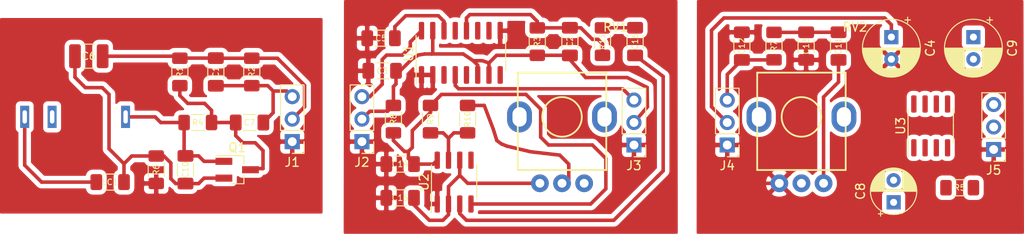
<source format=kicad_pcb>
(kicad_pcb (version 20171130) (host pcbnew 5.1.10-88a1d61d58~90~ubuntu20.04.1)
  (layers (0 F.Cu signal) (31 B.Cu signal) (34 B.Paste user) (35 F.Paste user) (36 B.SilkS user) (37 F.SilkS user) (38 B.Mask user) (39 F.Mask user) (44 Edge.Cuts user))
  (net 0 "")
  (net 1 VCC)
  (net 2 TransistorOUT)
  (net 3 OSC-IN)
  (net 4 GND)
  (net 5 "Net-(C5-Pad1)")
  (net 6 "Net-(C7-Pad2)")
  (net 7 "Net-(C11-Pad1)")
  (net 8 "Net-(C11-Pad2)")
  (net 9 AM-Mix-OUT)
  (net 10 "Net-(C14-Pad2)")
  (net 11 "Net-(C15-Pad2)")
  (net 12 "Net-(C16-Pad1)")
  (net 13 "Net-(C16-Pad2)")
  (net 14 "Net-(L1-Pad2)")
  (net 15 "Net-(R10-Pad2)")
  (net 16 "Net-(R10-Pad1)")
  (net 17 S-Neg)
  (net 18 S-Pos)
  (module Package_SO:SOP-16_3.9x9.9mm_P1.27mm (layer F.Cu) (at 87.63 117.094 90)
    (fp_text reference U1 (at 0 -5.9 90) (layer F.SilkS))
    (fp_text value TA2003)
    (pad 1 smd roundrect (at -2.5 -4.445 90) (size 2 0.6) (layers F.Cu F.Paste F.Mask) (net 4 GND))
    (pad 2 smd roundrect (at -2.5 -3.175 90) (size 2 0.6) (layers F.Cu F.Paste F.Mask) (net 4 GND))
    (pad 3 smd roundrect (at -2.5 -1.905 90) (size 2 0.6) (layers F.Cu F.Paste F.Mask))
    (pad 4 smd roundrect (at -2.5 -0.635 90) (size 2 0.6) (layers F.Cu F.Paste F.Mask) (net 9 AM-Mix-OUT))
    (pad 5 smd roundrect (at -2.5 0.635 90) (size 2 0.6) (layers F.Cu F.Paste F.Mask))
    (pad 6 smd roundrect (at -2.5 1.905 90) (size 2 0.6) (layers F.Cu F.Paste F.Mask) (net 1 VCC))
    (pad 7 smd roundrect (at -2.5 3.175 90) (size 2 0.6) (layers F.Cu F.Paste F.Mask) (net 1 VCC))
    (pad 8 smd roundrect (at -2.5 4.445 90) (size 2 0.6) (layers F.Cu F.Paste F.Mask))
    (pad 9 smd roundrect (at 2.5 4.445 90) (size 2 0.6) (layers F.Cu F.Paste F.Mask) (net 4 GND))
    (pad 10 smd roundrect (at 2.5 3.175 90) (size 2 0.6) (layers F.Cu F.Paste F.Mask))
    (pad 11 smd roundrect (at 2.5 1.905 90) (size 2 0.6) (layers F.Cu F.Paste F.Mask))
    (pad 12 smd roundrect (at 2.5 0.635 90) (size 2 0.6) (layers F.Cu F.Paste F.Mask) (net 3 OSC-IN))
    (pad 13 smd roundrect (at 2.5 -0.635 90) (size 2 0.6) (layers F.Cu F.Paste F.Mask))
    (pad 14 smd roundrect (at 2.5 -1.905 90) (size 2 0.6) (layers F.Cu F.Paste F.Mask) (net 5 "Net-(C5-Pad1)"))
    (pad 15 smd roundrect (at 2.5 -3.175 90) (size 2 0.6) (layers F.Cu F.Paste F.Mask) (net 1 VCC))
    (pad 16 smd roundrect (at 2.5 -4.445 90) (size 2 0.6) (layers F.Cu F.Paste F.Mask) (net 2 TransistorOUT))
  )
  (module Capacitor_THT:CP_Radial_D6.3mm_P2.50mm (layer F.Cu) (at 136.271 115.316 270)
    (fp_text reference C4 (at 1.25 -4.4 90) (layer F.SilkS))
    (fp_text value 100uF)
    (pad 1 thru_hole rect (at 0 0 270) (size 1.6 1.6) (drill 0.8) (layers *.Cu *.Mask) (net 1 VCC))
    (pad 2 thru_hole circle (at 2.5 0 270) (size 1.6 1.6) (drill 0.8) (layers *.Cu *.Mask) (net 4 GND))
  )
  (module BioAmp:R_1206_dusjagr (layer F.Cu) (at 143.992 132.334)
    (fp_text reference R5 (at 0 0 180) (layer F.SilkS) (effects (font (size 0.65 0.65) (thickness 0.1))))
    (fp_text value 470)
    (pad 2 smd roundrect (at 1.55 0) (size 1.3 1.75) (layers F.Cu F.Paste F.Mask) (roundrect_rratio 0.1923076923076923))
    (pad 1 smd roundrect (at -1.55 0) (size 1.3 1.75) (layers F.Cu F.Paste F.Mask) (roundrect_rratio 0.1923076923076923))
  )
  (module Package_SO:SOIC-8_3.9x4.9mm_P1.27mm (layer F.Cu) (at 140.716 125.349 90)
    (fp_text reference U3 (at 0 -3.4 90) (layer F.SilkS))
    (fp_text value SSM2211S)
    (pad 1 smd roundrect (at -2.475 -1.905 90) (size 1.95 0.6) (layers F.Cu F.Paste F.Mask))
    (pad 2 smd roundrect (at -2.475 -0.635 90) (size 1.95 0.6) (layers F.Cu F.Paste F.Mask))
    (pad 3 smd roundrect (at -2.475 0.635 90) (size 1.95 0.6) (layers F.Cu F.Paste F.Mask))
    (pad 4 smd roundrect (at -2.475 1.905 90) (size 1.95 0.6) (layers F.Cu F.Paste F.Mask))
    (pad 5 smd roundrect (at 2.475 1.905 90) (size 1.95 0.6) (layers F.Cu F.Paste F.Mask))
    (pad 6 smd roundrect (at 2.475 0.635 90) (size 1.95 0.6) (layers F.Cu F.Paste F.Mask))
    (pad 7 smd roundrect (at 2.475 -0.635 90) (size 1.95 0.6) (layers F.Cu F.Paste F.Mask))
    (pad 8 smd roundrect (at 2.475 -1.905 90) (size 1.95 0.6) (layers F.Cu F.Paste F.Mask))
  )
  (module Capacitor_THT:CP_Radial_D6.3mm_P2.50mm (layer F.Cu) (at 145.542 115.316 270)
    (fp_text reference C9 (at 1.25 -4.4 90) (layer F.SilkS))
    (fp_text value 100uF)
    (pad 1 thru_hole rect (at 0 0 270) (size 1.6 1.6) (drill 0.8) (layers *.Cu *.Mask))
    (pad 2 thru_hole circle (at 2.5 0 270) (size 1.6 1.6) (drill 0.8) (layers *.Cu *.Mask))
  )
  (module Capacitor_THT:CP_Radial_D5.0mm_P2.50mm (layer F.Cu) (at 136.525 133.985 90)
    (fp_text reference C8 (at 1.25 -3.75 90) (layer F.SilkS))
    (fp_text value 10uF)
    (pad 1 thru_hole rect (at 0 0 90) (size 1.6 1.6) (drill 0.8) (layers *.Cu *.Mask))
    (pad 2 thru_hole circle (at 2.5 0 90) (size 1.6 1.6) (drill 0.8) (layers *.Cu *.Mask))
  )
  (module BioAmp:C_1206_dusjagr (layer F.Cu) (at 99.949 115.824 270)
    (fp_text reference C2 (at 0 0 90) (layer F.SilkS) (effects (font (size 0.65 0.65) (thickness 0.1))))
    (fp_text value 1nF)
    (pad 2 smd roundrect (at 1.5625 0 270) (size 1.325 1.8) (layers F.Cu F.Paste F.Mask) (roundrect_rratio 0.1886784905660377) (net 1 VCC))
    (pad 1 smd roundrect (at -1.5625 0 270) (size 1.325 1.8) (layers F.Cu F.Paste F.Mask) (roundrect_rratio 0.1886784905660377) (net 3 OSC-IN))
  )
  (module BioAmp:C_1206_dusjagr (layer F.Cu) (at 78.613 115.443 180)
    (fp_text reference C5 (at 0 0) (layer F.SilkS) (effects (font (size 0.65 0.65) (thickness 0.1))))
    (fp_text value 100nF)
    (pad 2 smd roundrect (at 1.5625 0 180) (size 1.325 1.8) (layers F.Cu F.Paste F.Mask) (roundrect_rratio 0.1886784905660377) (net 4 GND))
    (pad 1 smd roundrect (at -1.5625 0 180) (size 1.325 1.8) (layers F.Cu F.Paste F.Mask) (roundrect_rratio 0.1886784905660377) (net 5 "Net-(C5-Pad1)"))
  )
  (module BioAmp:C_1206_dusjagr (layer F.Cu) (at 78.74 119.126)
    (fp_text reference C3 (at 0 0) (layer F.SilkS) (effects (font (size 0.65 0.65) (thickness 0.1))))
    (fp_text value 100nF)
    (pad 2 smd roundrect (at 1.5625 0) (size 1.325 1.8) (layers F.Cu F.Paste F.Mask) (roundrect_rratio 0.1886784905660377) (net 1 VCC))
    (pad 1 smd roundrect (at -1.5625 0) (size 1.325 1.8) (layers F.Cu F.Paste F.Mask) (roundrect_rratio 0.1886784905660377) (net 4 GND))
  )
  (module BioAmp:R_1206_dusjagr (layer F.Cu) (at 96.266 115.824 90)
    (fp_text reference R3 (at 0 0 270) (layer F.SilkS) (effects (font (size 0.65 0.65) (thickness 0.1))))
    (fp_text value 220)
    (pad 2 smd roundrect (at 1.55 0 90) (size 1.3 1.75) (layers F.Cu F.Paste F.Mask) (roundrect_rratio 0.1923076923076923) (net 3 OSC-IN))
    (pad 1 smd roundrect (at -1.55 0 90) (size 1.3 1.75) (layers F.Cu F.Paste F.Mask) (roundrect_rratio 0.1923076923076923) (net 1 VCC))
  )
  (module 3Channel-PiezoAmp:RD901F-ALPHA-3D (layer F.Cu) (at 99.06 124.333)
    (fp_text reference RV1 (at 6.05 -10.15) (layer F.SilkS))
    (fp_text value "22k lin")
    (pad "" thru_hole oval (at 4.8 0) (size 2.8 3.5) (drill oval 1.6 2.2) (layers *.Cu *.Mask))
    (pad "" thru_hole oval (at -4.8 0) (size 2.8 3.5) (drill oval 1.6 2.2) (layers *.Cu *.Mask))
    (pad 1 thru_hole circle (at 2.5 7.5) (size 2 2) (drill 1) (layers *.Cu *.Mask))
    (pad 2 thru_hole circle (at 0 7.5) (size 2 2) (drill 1) (layers *.Cu *.Mask) (net 16 "Net-(R10-Pad1)"))
    (pad 3 thru_hole circle (at -2.5 7.5) (size 2 2) (drill 1) (layers *.Cu *.Mask) (net 11 "Net-(C15-Pad2)"))
  )
  (module BioAmp:R_1206_dusjagr (layer F.Cu) (at 103.632 115.824 270)
    (fp_text reference R11 (at 0 0 270) (layer F.SilkS) (effects (font (size 0.65 0.65) (thickness 0.1))))
    (fp_text value 2K2)
    (pad 2 smd roundrect (at 1.55 0 270) (size 1.3 1.75) (layers F.Cu F.Paste F.Mask) (roundrect_rratio 0.1923076923076923) (net 3 OSC-IN))
    (pad 1 smd roundrect (at -1.55 0 270) (size 1.3 1.75) (layers F.Cu F.Paste F.Mask) (roundrect_rratio 0.1923076923076923) (net 12 "Net-(C16-Pad1)"))
  )
  (module BioAmp:R_1206_dusjagr (layer F.Cu) (at 88.392 124.587 270)
    (fp_text reference R10 (at 0 0 270) (layer F.SilkS) (effects (font (size 0.65 0.65) (thickness 0.1))))
    (fp_text value 3K3)
    (pad 2 smd roundrect (at 1.55 0 270) (size 1.3 1.75) (layers F.Cu F.Paste F.Mask) (roundrect_rratio 0.1923076923076923) (net 15 "Net-(R10-Pad2)"))
    (pad 1 smd roundrect (at -1.55 0 270) (size 1.3 1.75) (layers F.Cu F.Paste F.Mask) (roundrect_rratio 0.1923076923076923) (net 16 "Net-(R10-Pad1)"))
  )
  (module BioAmp:R_1206_dusjagr (layer F.Cu) (at 84.201 124.587 90)
    (fp_text reference R9 (at 0 0 270) (layer F.SilkS) (effects (font (size 0.65 0.65) (thickness 0.1))))
    (fp_text value 2K2)
    (pad 2 smd roundrect (at 1.55 0 90) (size 1.3 1.75) (layers F.Cu F.Paste F.Mask) (roundrect_rratio 0.1923076923076923) (net 10 "Net-(C14-Pad2)"))
    (pad 1 smd roundrect (at -1.55 0 90) (size 1.3 1.75) (layers F.Cu F.Paste F.Mask) (roundrect_rratio 0.1923076923076923) (net 15 "Net-(R10-Pad2)"))
  )
  (module BioAmp:R_1206_dusjagr (layer F.Cu) (at 80.01 124.587 90)
    (fp_text reference R8 (at 0 0 270) (layer F.SilkS) (effects (font (size 0.65 0.65) (thickness 0.1))))
    (fp_text value 220)
    (pad 2 smd roundrect (at 1.55 0 90) (size 1.3 1.75) (layers F.Cu F.Paste F.Mask) (roundrect_rratio 0.1923076923076923) (net 1 VCC))
    (pad 1 smd roundrect (at -1.55 0 90) (size 1.3 1.75) (layers F.Cu F.Paste F.Mask) (roundrect_rratio 0.1923076923076923) (net 10 "Net-(C14-Pad2)"))
  )
  (module Package_SO:SOIC-8_3.9x4.9mm_P1.27mm (layer F.Cu) (at 86.868 131.699 90)
    (fp_text reference U2 (at 0 -3.4 90) (layer F.SilkS))
    (fp_text value LM555xM)
    (pad 1 smd roundrect (at -2.475 -1.905 90) (size 1.95 0.6) (layers F.Cu F.Paste F.Mask) (net 4 GND))
    (pad 2 smd roundrect (at -2.475 -0.635 90) (size 1.95 0.6) (layers F.Cu F.Paste F.Mask) (net 11 "Net-(C15-Pad2)"))
    (pad 3 smd roundrect (at -2.475 0.635 90) (size 1.95 0.6) (layers F.Cu F.Paste F.Mask) (net 13 "Net-(C16-Pad2)"))
    (pad 4 smd roundrect (at -2.475 1.905 90) (size 1.95 0.6) (layers F.Cu F.Paste F.Mask) (net 10 "Net-(C14-Pad2)"))
    (pad 5 smd roundrect (at 2.475 1.905 90) (size 1.95 0.6) (layers F.Cu F.Paste F.Mask))
    (pad 6 smd roundrect (at 2.475 0.635 90) (size 1.95 0.6) (layers F.Cu F.Paste F.Mask) (net 11 "Net-(C15-Pad2)"))
    (pad 7 smd roundrect (at 2.475 -0.635 90) (size 1.95 0.6) (layers F.Cu F.Paste F.Mask) (net 15 "Net-(R10-Pad2)"))
    (pad 8 smd roundrect (at 2.475 -1.905 90) (size 1.95 0.6) (layers F.Cu F.Paste F.Mask) (net 10 "Net-(C14-Pad2)"))
  )
  (module BioAmp:C_1206_dusjagr (layer F.Cu) (at 107.315 115.824 270)
    (fp_text reference C16 (at 0 0 90) (layer F.SilkS) (effects (font (size 0.65 0.65) (thickness 0.1))))
    (fp_text value 100nF)
    (pad 2 smd roundrect (at 1.5625 0 270) (size 1.325 1.8) (layers F.Cu F.Paste F.Mask) (roundrect_rratio 0.1886784905660377) (net 13 "Net-(C16-Pad2)"))
    (pad 1 smd roundrect (at -1.5625 0 270) (size 1.325 1.8) (layers F.Cu F.Paste F.Mask) (roundrect_rratio 0.1886784905660377) (net 12 "Net-(C16-Pad1)"))
  )
  (module BioAmp:C_1206_dusjagr (layer F.Cu) (at 80.772 133.477)
    (fp_text reference C15 (at 0 0) (layer F.SilkS) (effects (font (size 0.65 0.65) (thickness 0.1))))
    (fp_text value 1nF)
    (pad 2 smd roundrect (at 1.5625 0) (size 1.325 1.8) (layers F.Cu F.Paste F.Mask) (roundrect_rratio 0.1886784905660377) (net 11 "Net-(C15-Pad2)"))
    (pad 1 smd roundrect (at -1.5625 0) (size 1.325 1.8) (layers F.Cu F.Paste F.Mask) (roundrect_rratio 0.1886784905660377) (net 4 GND))
  )
  (module BioAmp:C_1206_dusjagr (layer F.Cu) (at 80.772 129.667)
    (fp_text reference C14 (at 0 0) (layer F.SilkS) (effects (font (size 0.65 0.65) (thickness 0.1))))
    (fp_text value 100nF)
    (pad 2 smd roundrect (at 1.5625 0) (size 1.325 1.8) (layers F.Cu F.Paste F.Mask) (roundrect_rratio 0.1886784905660377) (net 10 "Net-(C14-Pad2)"))
    (pad 1 smd roundrect (at -1.5625 0) (size 1.325 1.8) (layers F.Cu F.Paste F.Mask) (roundrect_rratio 0.1886784905660377) (net 4 GND))
  )
  (module BioAmp:PJ301M-12_dusjagr_3d (layer F.Cu) (at 44.831 124.333 270)
    (fp_text reference L1)
    (fp_text value "L 10-22mH")
    (pad 1 thru_hole rect (at 0 -4.92 270) (size 2.5 1) (drill oval 1.5 0.5) (layers *.Cu *.Mask) (net 18 S-Pos))
    (pad TN thru_hole rect (at 0 3.38 270) (size 2.5 1) (drill oval 1.5 0.5) (layers *.Cu *.Mask))
    (pad 2 thru_hole rect (at 0 6.48 270) (size 2.5 1) (drill oval 1.5 0.5) (layers *.Cu *.Mask) (net 14 "Net-(L1-Pad2)"))
  )
  (module BioAmp:C_1206_dusjagr (layer F.Cu) (at 63.754 124.968 180)
    (fp_text reference C7 (at 0 0) (layer F.SilkS) (effects (font (size 0.65 0.65) (thickness 0.1))))
    (fp_text value 3.3nF)
    (pad 2 smd roundrect (at 1.5625 0 180) (size 1.325 1.8) (layers F.Cu F.Paste F.Mask) (roundrect_rratio 0.1886784905660377) (net 6 "Net-(C7-Pad2)"))
    (pad 1 smd roundrect (at -1.5625 0 180) (size 1.325 1.8) (layers F.Cu F.Paste F.Mask) (roundrect_rratio 0.1886784905660377) (net 2 TransistorOUT))
  )
  (module BioAmp:R_1206_dusjagr (layer F.Cu) (at 53.213 130.302 270)
    (fp_text reference R6 (at 0 0 270) (layer F.SilkS) (effects (font (size 0.65 0.65) (thickness 0.1))))
    (fp_text value 1K)
    (pad 2 smd roundrect (at 1.55 0 270) (size 1.3 1.75) (layers F.Cu F.Paste F.Mask) (roundrect_rratio 0.1923076923076923) (net 4 GND))
    (pad 1 smd roundrect (at -1.55 0 270) (size 1.3 1.75) (layers F.Cu F.Paste F.Mask) (roundrect_rratio 0.1923076923076923) (net 17 S-Neg))
  )
  (module BioAmp:R_1206_dusjagr (layer F.Cu) (at 57.912 124.968 180)
    (fp_text reference R4 (at 0 0 180) (layer F.SilkS) (effects (font (size 0.65 0.65) (thickness 0.1))))
    (fp_text value 470K)
    (pad 2 smd roundrect (at 1.55 0 180) (size 1.3 1.75) (layers F.Cu F.Paste F.Mask) (roundrect_rratio 0.1923076923076923) (net 18 S-Pos))
    (pad 1 smd roundrect (at -1.55 0 180) (size 1.3 1.75) (layers F.Cu F.Paste F.Mask) (roundrect_rratio 0.1923076923076923) (net 6 "Net-(C7-Pad2)"))
  )
  (module BioAmp:R_1206_dusjagr (layer F.Cu) (at 64.008 119.253 270)
    (fp_text reference R2 (at 0 0 270) (layer F.SilkS) (effects (font (size 0.65 0.65) (thickness 0.1))))
    (fp_text value 1K)
    (pad 2 smd roundrect (at 1.55 0 270) (size 1.3 1.75) (layers F.Cu F.Paste F.Mask) (roundrect_rratio 0.1923076923076923) (net 2 TransistorOUT))
    (pad 1 smd roundrect (at -1.55 0 270) (size 1.3 1.75) (layers F.Cu F.Paste F.Mask) (roundrect_rratio 0.1923076923076923) (net 1 VCC))
  )
  (module BioAmp:R_1206_dusjagr (layer F.Cu) (at 55.88 119.253 270)
    (fp_text reference R1 (at 0 0 270) (layer F.SilkS) (effects (font (size 0.65 0.65) (thickness 0.1))))
    (fp_text value 1K)
    (pad 2 smd roundrect (at 1.55 0 270) (size 1.3 1.75) (layers F.Cu F.Paste F.Mask) (roundrect_rratio 0.1923076923076923) (net 6 "Net-(C7-Pad2)"))
    (pad 1 smd roundrect (at -1.55 0 270) (size 1.3 1.75) (layers F.Cu F.Paste F.Mask) (roundrect_rratio 0.1923076923076923) (net 1 VCC))
  )
  (module 3Channel-PiezoAmp:SOT-23_Handsoldering (layer F.Cu) (at 62.357 130.302)
    (fp_text reference Q1 (at 0 -2.5) (layer F.SilkS))
    (fp_text value BC849)
    (pad 3 smd rect (at 1.5 0) (size 1.9 0.8) (layers F.Cu F.Paste F.Mask) (net 6 "Net-(C7-Pad2)"))
    (pad 2 smd rect (at -1.5 0.95) (size 1.9 0.8) (layers F.Cu F.Paste F.Mask) (net 17 S-Neg))
    (pad 1 smd rect (at -1.5 -0.95) (size 1.9 0.8) (layers F.Cu F.Paste F.Mask) (net 18 S-Pos))
  )
  (module BioAmp:C_1206_dusjagr (layer F.Cu) (at 56.515 130.302 270)
    (fp_text reference C10 (at 0 0 90) (layer F.SilkS) (effects (font (size 0.65 0.65) (thickness 0.1))))
    (fp_text value 1nF)
    (pad 2 smd roundrect (at 1.5625 0 270) (size 1.325 1.8) (layers F.Cu F.Paste F.Mask) (roundrect_rratio 0.1886784905660377) (net 17 S-Neg))
    (pad 1 smd roundrect (at -1.5625 0 270) (size 1.325 1.8) (layers F.Cu F.Paste F.Mask) (roundrect_rratio 0.1886784905660377) (net 18 S-Pos))
  )
  (module BioAmp:C_1206_dusjagr (layer F.Cu) (at 48.006 131.699)
    (fp_text reference LC1 (at 0 0) (layer F.SilkS) (effects (font (size 0.65 0.65) (thickness 0.1))))
    (fp_text value C)
    (pad 2 smd roundrect (at 1.5625 0) (size 1.325 1.8) (layers F.Cu F.Paste F.Mask) (roundrect_rratio 0.1886784905660377) (net 17 S-Neg))
    (pad 1 smd roundrect (at -1.5625 0) (size 1.325 1.8) (layers F.Cu F.Paste F.Mask) (roundrect_rratio 0.1886784905660377) (net 14 "Net-(L1-Pad2)"))
  )
  (module BioAmp:C_1206_dusjagr (layer F.Cu) (at 59.944 119.253 270)
    (fp_text reference C1 (at 0 0 90) (layer F.SilkS) (effects (font (size 0.65 0.65) (thickness 0.1))))
    (fp_text value 1nF)
    (pad 2 smd roundrect (at 1.5625 0 270) (size 1.325 1.8) (layers F.Cu F.Paste F.Mask) (roundrect_rratio 0.1886784905660377) (net 2 TransistorOUT))
    (pad 1 smd roundrect (at -1.5625 0 270) (size 1.325 1.8) (layers F.Cu F.Paste F.Mask) (roundrect_rratio 0.1886784905660377) (net 1 VCC))
  )
  (module 3Channel-PiezoAmp:RD901F-ALPHA-3D (layer F.Cu) (at 126.111 124.333)
    (fp_text reference RV2 (at 6.05 -10.15) (layer F.SilkS))
    (fp_text value "22k log")
    (pad 3 thru_hole circle (at -2.5 7.5) (size 2 2) (drill 1) (layers *.Cu *.Mask) (net 4 GND))
    (pad 2 thru_hole circle (at 0 7.5) (size 2 2) (drill 1) (layers *.Cu *.Mask))
    (pad 1 thru_hole circle (at 2.5 7.5) (size 2 2) (drill 1) (layers *.Cu *.Mask) (net 7 "Net-(C11-Pad1)"))
    (pad "" thru_hole oval (at -4.8 0) (size 2.8 3.5) (drill oval 1.6 2.2) (layers *.Cu *.Mask))
    (pad "" thru_hole oval (at 4.8 0) (size 2.8 3.5) (drill oval 1.6 2.2) (layers *.Cu *.Mask))
  )
  (module BioAmp:R_1206_dusjagr (layer F.Cu) (at 123.010666 116.332 270)
    (fp_text reference R7 (at 0 0 270) (layer F.SilkS) (effects (font (size 0.65 0.65) (thickness 0.1))))
    (fp_text value 1K)
    (pad 1 smd roundrect (at -1.55 0 270) (size 1.3 1.75) (layers F.Cu F.Paste F.Mask) (roundrect_rratio 0.1923076923076923) (net 8 "Net-(C11-Pad2)"))
    (pad 2 smd roundrect (at 1.55 0 270) (size 1.3 1.75) (layers F.Cu F.Paste F.Mask) (roundrect_rratio 0.1923076923076923) (net 9 AM-Mix-OUT))
  )
  (module BioAmp:C_1206_dusjagr (layer F.Cu) (at 126.641332 116.332 270)
    (fp_text reference C13 (at 0 0 90) (layer F.SilkS) (effects (font (size 0.65 0.65) (thickness 0.1))))
    (fp_text value 10nF)
    (pad 1 smd roundrect (at -1.5625 0 270) (size 1.325 1.8) (layers F.Cu F.Paste F.Mask) (roundrect_rratio 0.1886784905660377) (net 8 "Net-(C11-Pad2)"))
    (pad 2 smd roundrect (at 1.5625 0 270) (size 1.325 1.8) (layers F.Cu F.Paste F.Mask) (roundrect_rratio 0.1886784905660377) (net 4 GND))
  )
  (module BioAmp:C_1206_dusjagr (layer F.Cu) (at 119.38 116.332 90)
    (fp_text reference C12 (at 0 0 90) (layer F.SilkS) (effects (font (size 0.65 0.65) (thickness 0.1))))
    (fp_text value 100nF)
    (pad 1 smd roundrect (at -1.5625 0 90) (size 1.325 1.8) (layers F.Cu F.Paste F.Mask) (roundrect_rratio 0.1886784905660377) (net 9 AM-Mix-OUT))
    (pad 2 smd roundrect (at 1.5625 0 90) (size 1.325 1.8) (layers F.Cu F.Paste F.Mask) (roundrect_rratio 0.1886784905660377) (net 4 GND))
  )
  (module BioAmp:C_1206_dusjagr (layer F.Cu) (at 130.302 116.332 90)
    (fp_text reference C11 (at 0 0 90) (layer F.SilkS) (effects (font (size 0.65 0.65) (thickness 0.1))))
    (fp_text value 100nF)
    (pad 1 smd roundrect (at -1.5625 0 90) (size 1.325 1.8) (layers F.Cu F.Paste F.Mask) (roundrect_rratio 0.1886784905660377) (net 7 "Net-(C11-Pad1)"))
    (pad 2 smd roundrect (at 1.5625 0 90) (size 1.325 1.8) (layers F.Cu F.Paste F.Mask) (roundrect_rratio 0.1886784905660377) (net 8 "Net-(C11-Pad2)"))
  )
  (module BioAmp:C_1210_dusjagr (layer F.Cu) (at 45.593 117.475 180)
    (fp_text reference C6 (at 0 0 180) (layer F.SilkS) (effects (font (size 0.8 0.8) (thickness 0.12))))
    (fp_text value 10uF)
    (pad 2 smd roundrect (at 1.5625 0 180) (size 1.325 2.7) (layers F.Cu F.Paste F.Mask) (roundrect_rratio 0.1886784905660377) (net 17 S-Neg))
    (pad 1 smd roundrect (at -1.5625 0 180) (size 1.325 2.7) (layers F.Cu F.Paste F.Mask) (roundrect_rratio 0.1886784905660377) (net 1 VCC))
  )
  (module Connector_PinHeader_2.54mm:PinHeader_1x03_P2.54mm_Vertical (layer F.Cu) (at 76.454 127.127 180)
    (fp_text reference J2 (at 0 -2.33) (layer F.SilkS))
    (fp_text value Con1x03)
    (pad 1 thru_hole rect (at 0 0 180) (size 1.7 1.7) (drill 1) (layers *.Cu *.Mask) (net 4 GND))
    (pad 2 thru_hole oval (at 0 2.54 180) (size 1.7 1.7) (drill 1) (layers *.Cu *.Mask) (net 1 VCC))
    (pad 3 thru_hole oval (at 0 5.08 180) (size 1.7 1.7) (drill 1) (layers *.Cu *.Mask) (net 2 TransistorOUT))
  )
  (module Connector_PinHeader_2.54mm:PinHeader_1x03_P2.54mm_Vertical (layer F.Cu) (at 68.58 127.127 180)
    (fp_text reference J1 (at 0 -2.33) (layer F.SilkS))
    (fp_text value Con1x03)
    (pad 3 thru_hole oval (at 0 5.08 180) (size 1.7 1.7) (drill 1) (layers *.Cu *.Mask) (net 2 TransistorOUT))
    (pad 2 thru_hole oval (at 0 2.54 180) (size 1.7 1.7) (drill 1) (layers *.Cu *.Mask) (net 1 VCC))
    (pad 1 thru_hole rect (at 0 0 180) (size 1.7 1.7) (drill 1) (layers *.Cu *.Mask) (net 4 GND))
  )
  (module Connector_PinHeader_2.54mm:PinHeader_1x03_P2.54mm_Vertical (layer F.Cu) (at 107.188 127.508 180)
    (fp_text reference J3 (at 0 -2.33) (layer F.SilkS))
    (fp_text value Con1x03)
    (pad 1 thru_hole rect (at 0 0 180) (size 1.7 1.7) (drill 1) (layers *.Cu *.Mask) (net 4 GND))
    (pad 2 thru_hole oval (at 0 2.54 180) (size 1.7 1.7) (drill 1) (layers *.Cu *.Mask) (net 1 VCC))
    (pad 3 thru_hole oval (at 0 5.08 180) (size 1.7 1.7) (drill 1) (layers *.Cu *.Mask) (net 9 AM-Mix-OUT))
  )
  (module Connector_PinHeader_2.54mm:PinHeader_1x03_P2.54mm_Vertical (layer F.Cu) (at 117.729 127.508 180)
    (fp_text reference J4 (at 0 -2.33) (layer F.SilkS))
    (fp_text value Con1x03)
    (pad 3 thru_hole oval (at 0 5.08 180) (size 1.7 1.7) (drill 1) (layers *.Cu *.Mask) (net 9 AM-Mix-OUT))
    (pad 2 thru_hole oval (at 0 2.54 180) (size 1.7 1.7) (drill 1) (layers *.Cu *.Mask) (net 1 VCC))
    (pad 1 thru_hole rect (at 0 0 180) (size 1.7 1.7) (drill 1) (layers *.Cu *.Mask) (net 4 GND))
  )
  (module Connector_PinHeader_2.54mm:PinHeader_1x03_P2.54mm_Vertical (layer F.Cu) (at 147.828 128.016 180)
    (fp_text reference J5 (at 0 -2.33) (layer F.SilkS))
    (fp_text value Con1x03)
    (pad 1 thru_hole rect (at 0 0 180) (size 1.7 1.7) (drill 1) (layers *.Cu *.Mask) (net 4 GND))
    (pad 2 thru_hole oval (at 0 2.54 180) (size 1.7 1.7) (drill 1) (layers *.Cu *.Mask))
    (pad 3 thru_hole oval (at 0 5.08 180) (size 1.7 1.7) (drill 1) (layers *.Cu *.Mask))
  )
  (segment (start 59.9565 117.703) (end 59.944 117.6905) (width 0.4) (layer F.Cu) (net 1))
  (segment (start 64.008 117.703) (end 59.9565 117.703) (width 0.4) (layer F.Cu) (net 1))
  (segment (start 55.8925 117.6905) (end 55.88 117.703) (width 0.4) (layer F.Cu) (net 1))
  (segment (start 59.944 117.6905) (end 55.8925 117.6905) (width 0.4) (layer F.Cu) (net 1))
  (segment (start 55.652 117.475) (end 55.88 117.703) (width 0.4) (layer F.Cu) (net 1))
  (segment (start 47.1555 117.475) (end 55.652 117.475) (width 0.4) (layer F.Cu) (net 1))
  (segment (start 89.027 117.983) (end 89.535 118.491) (width 0.4) (layer F.Cu) (net 1))
  (segment (start 89.535 118.491) (end 89.535 119.594) (width 0.4) (layer F.Cu) (net 1))
  (segment (start 90.805 118.237) (end 90.805 119.594) (width 0.4) (layer F.Cu) (net 1))
  (segment (start 90.043 117.983) (end 90.805 118.237) (width 0.4) (layer F.Cu) (net 1))
  (segment (start 89.027 117.983) (end 90.043 117.983) (width 0.4) (layer F.Cu) (net 1))
  (segment (start 59.9565 120.803) (end 59.944 120.8155) (width 0.4) (layer F.Cu) (net 2))
  (segment (start 64.008 120.803) (end 59.9565 120.803) (width 0.4) (layer F.Cu) (net 2))
  (segment (start 64.008 120.803) (end 65.812 120.803) (width 0.4) (layer F.Cu) (net 2))
  (segment (start 65.812 120.803) (end 66.421 121.412) (width 0.4) (layer F.Cu) (net 2))
  (segment (start 66.421 123.8635) (end 65.3165 124.968) (width 0.4) (layer F.Cu) (net 2))
  (segment (start 66.421 121.412) (end 66.421 123.8635) (width 0.4) (layer F.Cu) (net 2))
  (segment (start 99.9615 117.374) (end 99.949 117.3865) (width 0.4) (layer F.Cu) (net 1))
  (segment (start 96.2785 117.3865) (end 96.266 117.374) (width 0.4) (layer F.Cu) (net 1))
  (segment (start 99.9365 117.374) (end 99.949 117.3865) (width 0.4) (layer F.Cu) (net 1))
  (segment (start 96.266 117.374) (end 99.9365 117.374) (width 0.4) (layer F.Cu) (net 1))
  (segment (start 99.949 117.3865) (end 100.1145 117.3865) (width 0.4) (layer F.Cu) (net 1))
  (segment (start 91.668 117.374) (end 90.805 118.237) (width 0.4) (layer F.Cu) (net 1))
  (segment (start 96.266 117.374) (end 91.668 117.374) (width 0.4) (layer F.Cu) (net 1))
  (segment (start 99.9365 114.274) (end 99.949 114.2615) (width 0.4) (layer F.Cu) (net 3))
  (segment (start 96.266 114.274) (end 99.9365 114.274) (width 0.4) (layer F.Cu) (net 3))
  (segment (start 88.265 114.594) (end 88.265 113.157) (width 0.4) (layer F.Cu) (net 3))
  (segment (start 88.265 113.157) (end 88.646 112.776) (width 0.4) (layer F.Cu) (net 3))
  (segment (start 96.266 113.538) (end 96.266 114.274) (width 0.4) (layer F.Cu) (net 3))
  (segment (start 85.725 113.538) (end 85.725 114.594) (width 0.4) (layer F.Cu) (net 5))
  (segment (start 85.09 112.903) (end 85.725 113.538) (width 0.4) (layer F.Cu) (net 5))
  (segment (start 62.1915 124.968) (end 62.1915 126.4535) (width 0.4) (layer F.Cu) (net 6))
  (segment (start 62.1915 126.4535) (end 62.992 127.254) (width 0.4) (layer F.Cu) (net 6))
  (segment (start 62.992 127.254) (end 64.389 127.254) (width 0.4) (layer F.Cu) (net 6))
  (segment (start 64.389 127.254) (end 65.278 128.143) (width 0.4) (layer F.Cu) (net 6))
  (segment (start 65.278 128.143) (end 65.278 130.175) (width 0.4) (layer F.Cu) (net 6))
  (segment (start 63.984 130.175) (end 63.857 130.302) (width 0.4) (layer F.Cu) (net 6))
  (segment (start 65.278 130.175) (end 63.984 130.175) (width 0.4) (layer F.Cu) (net 6))
  (segment (start 62.1915 124.968) (end 59.462 124.968) (width 0.4) (layer F.Cu) (net 6))
  (segment (start 58.674 122.809) (end 59.462 123.597) (width 0.4) (layer F.Cu) (net 6))
  (segment (start 56.769 122.809) (end 58.674 122.809) (width 0.4) (layer F.Cu) (net 6))
  (segment (start 59.462 123.597) (end 59.462 124.968) (width 0.4) (layer F.Cu) (net 6))
  (segment (start 55.88 121.92) (end 56.769 122.809) (width 0.4) (layer F.Cu) (net 6))
  (segment (start 55.88 120.803) (end 55.88 121.92) (width 0.4) (layer F.Cu) (net 6))
  (segment (start 84.647 129.54) (end 84.963 129.224) (width 0.4) (layer F.Cu) (net 10))
  (segment (start 80.01 123.037) (end 80.01 123.317) (width 0.4) (layer F.Cu) (net 1))
  (segment (start 87.884 117.221) (end 89.027 117.983) (width 0.4) (layer F.Cu) (net 1))
  (segment (start 80.3025 120.6115) (end 80.3025 119.126) (width 0.4) (layer F.Cu) (net 1))
  (segment (start 80.01 120.904) (end 80.3025 120.6115) (width 0.4) (layer F.Cu) (net 1))
  (segment (start 80.01 123.037) (end 80.01 120.904) (width 0.4) (layer F.Cu) (net 1))
  (segment (start 84.455 117.094) (end 84.328 117.221) (width 0.4) (layer F.Cu) (net 1))
  (segment (start 84.455 114.594) (end 84.455 117.094) (width 0.4) (layer F.Cu) (net 1))
  (segment (start 87.884 117.221) (end 84.328 117.221) (width 0.4) (layer F.Cu) (net 1))
  (segment (start 80.772 119.126) (end 80.3025 119.126) (width 0.4) (layer F.Cu) (net 1))
  (segment (start 82.042 117.856) (end 80.772 119.126) (width 0.4) (layer F.Cu) (net 1))
  (segment (start 82.804 117.348) (end 82.042 117.856) (width 0.4) (layer F.Cu) (net 1))
  (segment (start 83.566 117.221) (end 82.804 117.348) (width 0.4) (layer F.Cu) (net 1))
  (segment (start 84.328 117.221) (end 83.566 117.221) (width 0.4) (layer F.Cu) (net 1))
  (segment (start 76.454 124.587) (end 77.343 123.698) (width 0.4) (layer F.Cu) (net 1))
  (segment (start 79.349 123.698) (end 80.01 123.037) (width 0.4) (layer F.Cu) (net 1))
  (segment (start 77.343 123.698) (end 79.349 123.698) (width 0.4) (layer F.Cu) (net 1))
  (segment (start 64.008 117.703) (end 66.903 117.703) (width 0.4) (layer F.Cu) (net 1))
  (segment (start 66.903 117.703) (end 69.977 120.777) (width 0.4) (layer F.Cu) (net 1))
  (segment (start 69.977 123.19) (end 68.58 124.587) (width 0.4) (layer F.Cu) (net 1))
  (segment (start 69.977 120.777) (end 69.977 123.19) (width 0.4) (layer F.Cu) (net 1))
  (segment (start 136.271 113.919) (end 136.271 115.316) (width 0.4) (layer F.Cu) (net 1))
  (segment (start 135.509 113.157) (end 136.271 113.919) (width 0.4) (layer F.Cu) (net 1))
  (segment (start 115.951 114.554) (end 117.348 113.157) (width 0.4) (layer F.Cu) (net 1))
  (segment (start 115.951 123.19) (end 115.951 114.554) (width 0.4) (layer F.Cu) (net 1))
  (segment (start 117.348 113.157) (end 135.509 113.157) (width 0.4) (layer F.Cu) (net 1))
  (segment (start 117.729 124.968) (end 115.951 123.19) (width 0.4) (layer F.Cu) (net 1))
  (segment (start 108.712 123.19) (end 107.188 124.968) (width 0.4) (layer F.Cu) (net 1))
  (segment (start 108.677441 120.996441) (end 108.712 123.19) (width 0.4) (layer F.Cu) (net 1))
  (segment (start 106.426 119.888) (end 108.677441 120.996441) (width 0.4) (layer F.Cu) (net 1))
  (segment (start 101.727 119.888) (end 106.426 119.888) (width 0.4) (layer F.Cu) (net 1))
  (segment (start 99.949 117.856) (end 101.727 119.888) (width 0.4) (layer F.Cu) (net 1))
  (segment (start 99.949 117.3865) (end 99.949 117.856) (width 0.4) (layer F.Cu) (net 1))
  (segment (start 81.915 115.864) (end 83.185 114.594) (width 0.4) (layer F.Cu) (net 2))
  (segment (start 79.248 117.348) (end 81.026 117.348) (width 0.4) (layer F.Cu) (net 2))
  (segment (start 78.74 117.856) (end 79.248 117.348) (width 0.4) (layer F.Cu) (net 2))
  (segment (start 78.74 120.65) (end 78.74 117.856) (width 0.4) (layer F.Cu) (net 2))
  (segment (start 81.915 116.459) (end 81.915 115.864) (width 0.4) (layer F.Cu) (net 2))
  (segment (start 81.026 117.348) (end 81.915 116.459) (width 0.4) (layer F.Cu) (net 2))
  (segment (start 77.343 122.047) (end 78.74 120.65) (width 0.4) (layer F.Cu) (net 2))
  (segment (start 76.454 122.047) (end 77.343 122.047) (width 0.4) (layer F.Cu) (net 2))
  (segment (start 67.945 121.412) (end 68.58 122.047) (width 0.4) (layer F.Cu) (net 2))
  (segment (start 66.421 121.412) (end 67.945 121.412) (width 0.4) (layer F.Cu) (net 2))
  (segment (start 103.632 116.078) (end 103.632 117.374) (width 0.4) (layer F.Cu) (net 3))
  (segment (start 103.124 115.57) (end 103.632 116.078) (width 0.4) (layer F.Cu) (net 3))
  (segment (start 102.489 115.57) (end 103.124 115.57) (width 0.4) (layer F.Cu) (net 3))
  (segment (start 101.1805 114.2615) (end 102.489 115.57) (width 0.4) (layer F.Cu) (net 3))
  (segment (start 99.949 114.2615) (end 101.1805 114.2615) (width 0.4) (layer F.Cu) (net 3))
  (segment (start 95.504 112.776) (end 96.266 113.538) (width 0.4) (layer F.Cu) (net 3))
  (segment (start 88.646 112.776) (end 95.504 112.776) (width 0.4) (layer F.Cu) (net 3))
  (segment (start 76.454 127.127) (end 76.454 128.27) (width 0.4) (layer F.Cu) (net 4))
  (segment (start 77.851 129.667) (end 79.2095 129.667) (width 0.4) (layer F.Cu) (net 4))
  (segment (start 76.454 128.27) (end 77.851 129.667) (width 0.4) (layer F.Cu) (net 4))
  (segment (start 117.729 127.508) (end 117.729 128.905) (width 0.4) (layer F.Cu) (net 4))
  (segment (start 120.657 131.833) (end 123.611 131.833) (width 0.4) (layer F.Cu) (net 4))
  (segment (start 117.729 128.905) (end 120.657 131.833) (width 0.4) (layer F.Cu) (net 4))
  (segment (start 80.1755 115.443) (end 80.1755 114.1345) (width 0.4) (layer F.Cu) (net 5))
  (segment (start 81.407 112.903) (end 85.09 112.903) (width 0.4) (layer F.Cu) (net 5))
  (segment (start 80.1755 114.1345) (end 81.407 112.903) (width 0.4) (layer F.Cu) (net 5))
  (segment (start 128.611 131.833) (end 128.611 122.087) (width 0.4) (layer F.Cu) (net 7))
  (segment (start 130.302 120.396) (end 130.302 117.8945) (width 0.4) (layer F.Cu) (net 7))
  (segment (start 128.611 122.087) (end 130.302 120.396) (width 0.4) (layer F.Cu) (net 7))
  (segment (start 126.289 114.8205) (end 126.365 114.8965) (width 0.4) (layer F.Cu) (net 8))
  (segment (start 126.628832 114.782) (end 126.641332 114.7695) (width 0.4) (layer F.Cu) (net 8))
  (segment (start 123.010666 114.782) (end 126.628832 114.782) (width 0.4) (layer F.Cu) (net 8))
  (segment (start 126.641332 114.7695) (end 130.302 114.7695) (width 0.4) (layer F.Cu) (net 8))
  (segment (start 105.918 121.158) (end 107.188 122.428) (width 0.4) (layer F.Cu) (net 9))
  (segment (start 87.376 121.158) (end 105.918 121.158) (width 0.4) (layer F.Cu) (net 9))
  (segment (start 86.995 120.777) (end 87.376 121.158) (width 0.4) (layer F.Cu) (net 9))
  (segment (start 86.995 119.594) (end 86.995 120.777) (width 0.4) (layer F.Cu) (net 9))
  (segment (start 122.5425 117.933) (end 122.555 117.9205) (width 0.4) (layer F.Cu) (net 9))
  (segment (start 117.729 119.5455) (end 119.38 117.8945) (width 0.4) (layer F.Cu) (net 9))
  (segment (start 117.729 122.428) (end 117.729 119.5455) (width 0.4) (layer F.Cu) (net 9))
  (segment (start 122.998166 117.8945) (end 123.010666 117.882) (width 0.4) (layer F.Cu) (net 9))
  (segment (start 119.38 117.8945) (end 122.998166 117.8945) (width 0.4) (layer F.Cu) (net 9))
  (segment (start 84.201 123.037) (end 85.445 121.793) (width 0.4) (layer F.Cu) (net 10))
  (segment (start 80.01 126.137) (end 80.01 127) (width 0.4) (layer F.Cu) (net 10))
  (segment (start 81.2415 128.2315) (end 81.6995 128.2315) (width 0.4) (layer F.Cu) (net 10))
  (segment (start 80.01 127) (end 81.2415 128.2315) (width 0.4) (layer F.Cu) (net 10))
  (segment (start 82.143 127.788) (end 81.6995 128.2315) (width 0.4) (layer F.Cu) (net 10))
  (segment (start 82.143 125.883) (end 82.143 127.788) (width 0.4) (layer F.Cu) (net 10))
  (segment (start 84.201 123.825) (end 82.143 125.883) (width 0.4) (layer F.Cu) (net 10))
  (segment (start 84.201 123.037) (end 84.201 123.825) (width 0.4) (layer F.Cu) (net 10))
  (segment (start 104.013 132.458) (end 102.297 134.174) (width 0.4) (layer F.Cu) (net 10))
  (segment (start 104.013 129.032) (end 104.013 132.458) (width 0.4) (layer F.Cu) (net 10))
  (segment (start 102.297 134.174) (end 88.773 134.174) (width 0.4) (layer F.Cu) (net 10))
  (segment (start 81.6995 129.032) (end 82.3345 129.667) (width 0.4) (layer F.Cu) (net 10))
  (segment (start 81.6995 128.2315) (end 81.6995 129.032) (width 0.4) (layer F.Cu) (net 10))
  (segment (start 85.445 121.793) (end 94.996 121.793) (width 0.4) (layer F.Cu) (net 10))
  (segment (start 94.996 121.793) (end 96.647 123.444) (width 0.4) (layer F.Cu) (net 10))
  (segment (start 96.647 123.444) (end 96.647 126.619) (width 0.4) (layer F.Cu) (net 10))
  (segment (start 96.647 126.619) (end 97.536 127.508) (width 0.4) (layer F.Cu) (net 10))
  (segment (start 102.489 127.508) (end 104.013 129.032) (width 0.4) (layer F.Cu) (net 10))
  (segment (start 97.536 127.508) (end 102.489 127.508) (width 0.4) (layer F.Cu) (net 10))
  (segment (start 84.52 129.667) (end 84.963 129.224) (width 0.4) (layer F.Cu) (net 10))
  (segment (start 82.3345 129.667) (end 84.52 129.667) (width 0.4) (layer F.Cu) (net 10))
  (segment (start 86.233 135.382) (end 86.233 134.174) (width 0.4) (layer F.Cu) (net 11))
  (segment (start 85.598 136.017) (end 86.233 135.382) (width 0.4) (layer F.Cu) (net 11))
  (segment (start 97.322 131.833) (end 88.399 131.833) (width 0.4) (layer F.Cu) (net 11))
  (segment (start 87.503 130.937) (end 87.503 129.224) (width 0.4) (layer F.Cu) (net 11))
  (segment (start 88.399 131.833) (end 87.503 130.937) (width 0.4) (layer F.Cu) (net 11))
  (segment (start 86.233 132.207) (end 87.503 130.937) (width 0.4) (layer F.Cu) (net 11))
  (segment (start 86.233 134.174) (end 86.233 132.207) (width 0.4) (layer F.Cu) (net 11))
  (segment (start 82.3345 134.2775) (end 84.074 136.017) (width 0.4) (layer F.Cu) (net 11))
  (segment (start 82.3345 133.477) (end 82.3345 134.2775) (width 0.4) (layer F.Cu) (net 11))
  (segment (start 84.074 136.017) (end 85.598 136.017) (width 0.4) (layer F.Cu) (net 11))
  (segment (start 103.6445 114.2615) (end 103.632 114.274) (width 0.4) (layer F.Cu) (net 12))
  (segment (start 107.315 114.2615) (end 103.6445 114.2615) (width 0.4) (layer F.Cu) (net 12))
  (segment (start 110.49 119.761) (end 107.315 117.3865) (width 0.4) (layer F.Cu) (net 13))
  (segment (start 88.265 136.017) (end 104.902 136.017) (width 0.4) (layer F.Cu) (net 13))
  (segment (start 87.503 135.255) (end 88.265 136.017) (width 0.4) (layer F.Cu) (net 13))
  (segment (start 87.503 134.174) (end 87.503 135.255) (width 0.4) (layer F.Cu) (net 13))
  (segment (start 110.49 130.429) (end 109.7915 131.1275) (width 0.4) (layer F.Cu) (net 13))
  (segment (start 109.7915 131.1275) (end 109.982 130.937) (width 0.4) (layer F.Cu) (net 13))
  (segment (start 110.49 119.761) (end 110.49 130.429) (width 0.4) (layer F.Cu) (net 13))
  (segment (start 104.902 136.017) (end 109.7915 131.1275) (width 0.4) (layer F.Cu) (net 13))
  (segment (start 40.259 131.699) (end 46.4435 131.699) (width 0.4) (layer F.Cu) (net 14))
  (segment (start 38.351 129.791) (end 40.259 131.699) (width 0.4) (layer F.Cu) (net 14))
  (segment (start 38.351 124.333) (end 38.351 129.791) (width 0.4) (layer F.Cu) (net 14))
  (segment (start 84.201 126.137) (end 85.624 126.137) (width 0.4) (layer F.Cu) (net 15))
  (segment (start 86.233 126.746) (end 86.233 129.224) (width 0.4) (layer F.Cu) (net 15))
  (segment (start 85.624 126.137) (end 86.233 126.746) (width 0.4) (layer F.Cu) (net 15))
  (segment (start 88.392 126.137) (end 86.842 126.137) (width 0.4) (layer F.Cu) (net 15))
  (segment (start 86.842 126.137) (end 86.233 126.746) (width 0.4) (layer F.Cu) (net 15))
  (segment (start 90.271 123.037) (end 88.392 123.037) (width 0.4) (layer F.Cu) (net 16))
  (segment (start 91.287 125.704) (end 90.271 123.037) (width 0.4) (layer F.Cu) (net 16))
  (segment (start 91.694 127) (end 91.287 125.704) (width 0.4) (layer F.Cu) (net 16))
  (segment (start 92.202 127.381) (end 91.694 127) (width 0.4) (layer F.Cu) (net 16))
  (segment (start 92.837 127.635) (end 92.202 127.381) (width 0.4) (layer F.Cu) (net 16))
  (segment (start 95.504 128.27) (end 92.837 127.635) (width 0.4) (layer F.Cu) (net 16))
  (segment (start 98.806 128.651) (end 95.504 128.27) (width 0.4) (layer F.Cu) (net 16))
  (segment (start 99.822 129.667) (end 98.806 128.651) (width 0.4) (layer F.Cu) (net 16))
  (segment (start 99.822 131.833) (end 99.822 129.667) (width 0.4) (layer F.Cu) (net 16))
  (segment (start 60.857 131.252) (end 58.613 131.252) (width 0.4) (layer F.Cu) (net 17))
  (segment (start 58.0005 131.8645) (end 56.515 131.8645) (width 0.4) (layer F.Cu) (net 17))
  (segment (start 58.613 131.252) (end 58.0005 131.8645) (width 0.4) (layer F.Cu) (net 17))
  (segment (start 53.213 128.752) (end 54.076 128.752) (width 0.4) (layer F.Cu) (net 17))
  (segment (start 54.076 128.752) (end 54.864 129.54) (width 0.4) (layer F.Cu) (net 17))
  (segment (start 54.864 129.54) (end 54.864 131.318) (width 0.4) (layer F.Cu) (net 17))
  (segment (start 55.4105 131.8645) (end 56.515 131.8645) (width 0.4) (layer F.Cu) (net 17))
  (segment (start 54.864 131.318) (end 55.4105 131.8645) (width 0.4) (layer F.Cu) (net 17))
  (segment (start 49.5685 131.699) (end 49.5685 129.6285) (width 0.4) (layer F.Cu) (net 17))
  (segment (start 50.445 128.752) (end 53.213 128.752) (width 0.4) (layer F.Cu) (net 17))
  (segment (start 49.5685 129.6285) (end 50.445 128.752) (width 0.4) (layer F.Cu) (net 17))
  (segment (start 44.0305 117.475) (end 44.0305 119.8495) (width 0.4) (layer F.Cu) (net 17))
  (segment (start 44.0305 119.8495) (end 45.212 121.031) (width 0.4) (layer F.Cu) (net 17))
  (segment (start 45.212 121.031) (end 47.117 121.031) (width 0.4) (layer F.Cu) (net 17))
  (segment (start 47.117 121.031) (end 47.879 121.793) (width 0.4) (layer F.Cu) (net 17))
  (segment (start 47.879 127.939) (end 49.5685 129.6285) (width 0.4) (layer F.Cu) (net 17))
  (segment (start 47.879 121.793) (end 47.879 127.939) (width 0.4) (layer F.Cu) (net 17))
  (segment (start 56.362 128.5865) (end 56.515 128.7395) (width 0.4) (layer F.Cu) (net 18))
  (segment (start 56.362 124.968) (end 56.362 128.5865) (width 0.4) (layer F.Cu) (net 18))
  (segment (start 58.0005 128.7395) (end 58.613 129.352) (width 0.4) (layer F.Cu) (net 18))
  (segment (start 58.613 129.352) (end 60.857 129.352) (width 0.4) (layer F.Cu) (net 18))
  (segment (start 56.515 128.7395) (end 58.0005 128.7395) (width 0.4) (layer F.Cu) (net 18))
  (segment (start 49.624 124.968) (end 49.497 125.095) (width 0.4) (layer F.Cu) (net 18))
  (segment (start 49.751 124.333) (end 53.086 124.333) (width 0.4) (layer F.Cu) (net 18))
  (segment (start 53.721 124.968) (end 56.362 124.968) (width 0.4) (layer F.Cu) (net 18))
  (segment (start 53.086 124.333) (end 53.721 124.968) (width 0.4) (layer F.Cu) (net 18))
  (zone (net 4) (net_name GND) (layer F.Cu) (connect_pads (clearance 0.508)) (min_thickness 0.254) (fill yes (arc_segments 32) (thermal_gap 0.508) (thermal_bridge_width 0.508))
    (polygon (pts (xy 112.141 137.541) (xy 74.39025 137.541) (xy 74.422 111.125) (xy 112.10925 111.125)))
  )
  (zone (net 4) (net_name GND) (layer F.Cu) (connect_pads (clearance 0.508)) (min_thickness 0.254) (fill yes (arc_segments 32) (thermal_gap 0.508) (thermal_bridge_width 0.508))
    (polygon (pts (xy 151.257 137.541) (xy 114.26825 137.541) (xy 114.3 111.125) (xy 151.1935 111.125)))
  )
  (zone (net 4) (net_name GND) (layer F.Cu) (connect_pads (clearance 0.508)) (min_thickness 0.254) (fill yes (arc_segments 32) (thermal_gap 0.508) (thermal_bridge_width 0.508))
    (polygon (pts (xy 72.009 135.255) (xy 35.56 135.255) (xy 35.56 113.157) (xy 72.009 113.157)))
  )
)
</source>
